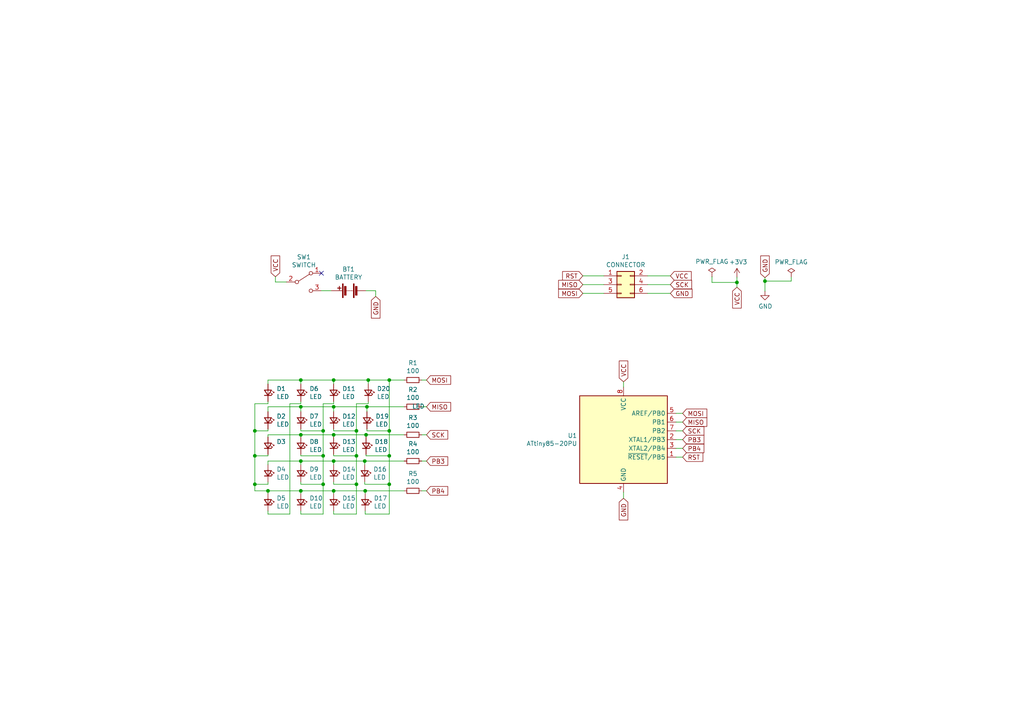
<source format=kicad_sch>
(kicad_sch (version 20211123) (generator eeschema)
  (paper "A4")
  (lib_symbols
    (symbol "Connector_Generic:Conn_02x03_Odd_Even" (pin_names (offset 1.016) hide)
      (property "Reference" "J" (at 1.27 5.08 0))
      (property "Value" "Conn_02x03_Odd_Even" (at 1.27 -5.08 0))
      (symbol "Conn_02x03_Odd_Even_1_1"
        (rectangle (start -1.27 -2.413) (end 0 -2.667) (stroke (width 0.1524)))
        (rectangle (start -1.27 0.127) (end 0 -0.127) (stroke (width 0.1524)))
        (rectangle (start -1.27 2.667) (end 0 2.413) (stroke (width 0.1524)))
        (rectangle (start -1.27 3.81) (end 3.81 -3.81) (stroke (width 0.254)) (fill (type background)))
        (rectangle (start 3.81 -2.413) (end 2.54 -2.667) (stroke (width 0.1524)))
        (rectangle (start 3.81 0.127) (end 2.54 -0.127) (stroke (width 0.1524)))
        (rectangle (start 3.81 2.667) (end 2.54 2.413) (stroke (width 0.1524)))
        (pin passive line (at -5.08 2.54 0) (length 3.81) (name "Pin_1") (number "1"))
        (pin passive line (at 7.62 2.54 180) (length 3.81) (name "Pin_2") (number "2"))
        (pin passive line (at -5.08 0 0) (length 3.81) (name "Pin_3") (number "3"))
        (pin passive line (at 7.62 0 180) (length 3.81) (name "Pin_4") (number "4"))
        (pin passive line (at -5.08 -2.54 0) (length 3.81) (name "Pin_5") (number "5"))
        (pin passive line (at 7.62 -2.54 180) (length 3.81) (name "Pin_6") (number "6"))
      )
    )
    (symbol "Device:Battery" (pin_numbers hide) (pin_names (offset 0) hide)
      (property "Reference" "BT" (at 2.54 2.54 0))
      (property "Value" "Battery" (at 2.54 0 0))
      (symbol "Battery_0_1"
        (rectangle (start -2.032 -1.397) (end 2.032 -1.651) (fill (type outline)))
        (rectangle (start -2.032 1.778) (end 2.032 1.524) (fill (type outline)))
        (rectangle (start -1.3208 -1.9812) (end 1.27 -2.4892) (fill (type outline)))
        (rectangle (start -1.3208 1.1938) (end 1.27 0.6858) (fill (type outline)))
        (polyline (pts (xy 0 -1.524) (xy 0 -1.27)))
        (polyline (pts (xy 0 -1.016) (xy 0 -0.762)))
        (polyline (pts (xy 0 -0.508) (xy 0 -0.254)))
        (polyline (pts (xy 0 0) (xy 0 0.254)))
        (polyline (pts (xy 0 0.508) (xy 0 0.762)))
        (polyline (pts (xy 0 1.778) (xy 0 2.54)))
        (polyline (pts (xy 0.254 2.667) (xy 1.27 2.667)) (stroke (width 0.254)))
        (polyline (pts (xy 0.762 3.175) (xy 0.762 2.159)) (stroke (width 0.254)))
      )
      (symbol "Battery_1_1"
        (pin passive line (at 0 5.08 270) (length 2.54) (name "+") (number "1"))
        (pin passive line (at 0 -5.08 90) (length 2.54) (name "-") (number "2"))
      )
    )
    (symbol "Device:LED_Small" (pin_numbers hide) (pin_names (offset 0.254) hide)
      (property "Reference" "D" (at -1.27 3.175 0))
      (property "Value" "LED_Small" (at -4.445 -2.54 0))
      (symbol "LED_Small_0_1"
        (polyline (pts (xy -0.762 -1.016) (xy -0.762 1.016)) (stroke (width 0.254)))
        (polyline (pts (xy 1.016 0) (xy -0.762 0)))
        (polyline (pts (xy 0.762 -1.016) (xy -0.762 0) (xy 0.762 1.016) (xy 0.762 -1.016)) (stroke (width 0.254)))
        (polyline (pts (xy 0 0.762) (xy -0.508 1.27) (xy -0.254 1.27) (xy -0.508 1.27) (xy -0.508 1.016)))
        (polyline (pts (xy 0.508 1.27) (xy 0 1.778) (xy 0.254 1.778) (xy 0 1.778) (xy 0 1.524)))
      )
      (symbol "LED_Small_1_1"
        (pin passive line (at -2.54 0 0) (length 1.778) (name "K") (number "1"))
        (pin passive line (at 2.54 0 180) (length 1.778) (name "A") (number "2"))
      )
    )
    (symbol "Device:R_Small" (pin_numbers hide) (pin_names (offset 0.254) hide)
      (property "Reference" "R" (at 0.762 0.508 0))
      (property "Value" "R_Small" (at 0.762 -1.016 0))
      (symbol "R_Small_0_1"
        (rectangle (start -0.762 1.778) (end 0.762 -1.778) (stroke (width 0.2032)))
      )
      (symbol "R_Small_1_1"
        (pin passive line (at 0 2.54 270) (length 0.762) (name "~") (number "1"))
        (pin passive line (at 0 -2.54 90) (length 0.762) (name "~") (number "2"))
      )
    )
    (symbol "MCU_Microchip_ATtiny:ATtiny85-20PU"
      (property "Reference" "U" (at -12.7 13.97 0))
      (property "Value" "MCU_Microchip_ATtiny_ATtiny85-20PU" (at 2.54 -13.97 0))
      (symbol "ATtiny85-20PU_0_1"
        (rectangle (start -12.7 -12.7) (end 12.7 12.7) (stroke (width 0.254)) (fill (type background)))
      )
      (symbol "ATtiny85-20PU_1_1"
        (pin bidirectional line (at 15.24 -5.08 180) (length 2.54) (name "~{RESET}/PB5") (number "1"))
        (pin bidirectional line (at 15.24 0 180) (length 2.54) (name "XTAL1/PB3") (number "2"))
        (pin bidirectional line (at 15.24 -2.54 180) (length 2.54) (name "XTAL2/PB4") (number "3"))
        (pin power_in line (at 0 -15.24 90) (length 2.54) (name "GND") (number "4"))
        (pin bidirectional line (at 15.24 7.62 180) (length 2.54) (name "AREF/PB0") (number "5"))
        (pin bidirectional line (at 15.24 5.08 180) (length 2.54) (name "PB1") (number "6"))
        (pin bidirectional line (at 15.24 2.54 180) (length 2.54) (name "PB2") (number "7"))
        (pin power_in line (at 0 15.24 270) (length 2.54) (name "VCC") (number "8"))
      )
    )
    (symbol "Switch:SW_SPDT" (pin_names (offset 0) hide)
      (property "Reference" "SW" (at 0 4.318 0))
      (property "Value" "SW_SPDT" (at 0 -5.08 0))
      (symbol "SW_SPDT_0_0"
        (circle (center -2.032 0) (radius 0.508))
        (circle (center 2.032 -2.54) (radius 0.508))
      )
      (symbol "SW_SPDT_0_1"
        (polyline (pts (xy -1.524 0.254) (xy 1.651 2.286)))
        (circle (center 2.032 2.54) (radius 0.508))
      )
      (symbol "SW_SPDT_1_1"
        (pin passive line (at 5.08 2.54 180) (length 2.54) (name "A") (number "1"))
        (pin passive line (at -5.08 0 0) (length 2.54) (name "B") (number "2"))
        (pin passive line (at 5.08 -2.54 180) (length 2.54) (name "C") (number "3"))
      )
    )
    (symbol "power:+3V3" (power) (pin_names (offset 0))
      (property "Value" "+3V3" (at 0 3.556 0))
      (symbol "+3V3_0_1"
        (polyline (pts (xy -0.762 1.27) (xy 0 2.54)))
        (polyline (pts (xy 0 0) (xy 0 2.54)))
        (polyline (pts (xy 0 2.54) (xy 0.762 1.27)))
      )
      (symbol "+3V3_1_1"
        (pin power_in line (at 0 0 90) (length 0) hide (name "+3V3") (number "1"))
      )
    )
    (symbol "power:GND" (power) (pin_names (offset 0))
      (property "Value" "GND" (at 0 -3.81 0))
      (symbol "GND_0_1"
        (polyline (pts (xy 0 0) (xy 0 -1.27) (xy 1.27 -1.27) (xy 0 -2.54) (xy -1.27 -1.27) (xy 0 -1.27)))
      )
      (symbol "GND_1_1"
        (pin power_in line (at 0 0 270) (length 0) hide (name "GND") (number "1"))
      )
    )
    (symbol "power:PWR_FLAG" (power) (pin_numbers hide) (pin_names (offset 0) hide)
      (property "Value" "PWR_FLAG" (at 0 3.81 0))
      (symbol "PWR_FLAG_0_0"
        (pin power_out line (at 0 0 90) (length 0) (name "pwr") (number "1"))
      )
      (symbol "PWR_FLAG_0_1"
        (polyline (pts (xy 0 0) (xy 0 1.27) (xy -1.016 1.905) (xy 0 2.54) (xy 1.016 1.905) (xy 0 1.27)))
      )
    )
  )
  (junction (at 73.914 132.207))
  (junction (at 96.774 133.731))
  (junction (at 96.774 142.367))
  (junction (at 96.774 117.983))
  (junction (at 87.249 110.236))
  (junction (at 93.726 124.968))
  (junction (at 93.726 132.207))
  (junction (at 106.426 117.983))
  (junction (at 105.918 142.367))
  (junction (at 87.249 133.731))
  (junction (at 87.249 117.983))
  (junction (at 106.807 110.236))
  (junction (at 112.903 124.968))
  (junction (at 112.903 132.207))
  (junction (at 103.378 124.968))
  (junction (at 96.774 110.236))
  (junction (at 73.914 140.462))
  (junction (at 87.249 142.367))
  (junction (at 112.903 140.462))
  (junction (at 221.869 81.534))
  (junction (at 106.172 126.111))
  (junction (at 112.903 110.236))
  (junction (at 103.378 140.462))
  (junction (at 103.378 132.207))
  (junction (at 96.774 126.111))
  (junction (at 77.724 142.367))
  (junction (at 73.914 124.968))
  (junction (at 105.791 133.731))
  (junction (at 93.726 140.462))
  (junction (at 87.249 126.111))
  (junction (at 213.741 81.915))
  (no_connect (at 93.218 79.248))
  (wire (pts (xy 77.724 126.746) (xy 77.724 126.111)))
  (wire (pts (xy 96.774 149.098) (xy 103.378 149.098)))
  (wire (pts (xy 77.724 148.209) (xy 77.724 149.098)))
  (wire (pts (xy 77.724 117.983) (xy 87.249 117.983)))
  (wire (pts (xy 87.249 148.209) (xy 87.249 149.098)))
  (wire (pts (xy 87.249 133.731) (xy 96.774 133.731)))
  (wire (pts (xy 73.914 117.094) (xy 73.914 124.968)))
  (wire (pts (xy 87.249 111.379) (xy 87.249 110.236)))
  (wire (pts (xy 87.249 149.098) (xy 93.726 149.098)))
  (wire (pts (xy 93.726 132.207) (xy 93.726 124.968)))
  (wire (pts (xy 105.918 149.098) (xy 112.903 149.098)))
  (wire (pts (xy 77.724 110.236) (xy 87.249 110.236)))
  (wire (pts (xy 196.088 132.588) (xy 197.993 132.588)))
  (wire (pts (xy 87.249 139.827) (xy 87.249 140.462)))
  (wire (pts (xy 73.914 124.968) (xy 73.914 132.207)))
  (wire (pts (xy 96.774 124.968) (xy 103.378 124.968)))
  (wire (pts (xy 93.726 124.968) (xy 93.726 117.094)))
  (wire (pts (xy 103.378 149.098) (xy 103.378 140.462)))
  (wire (pts (xy 96.774 126.746) (xy 96.774 126.111)))
  (wire (pts (xy 106.172 132.207) (xy 112.903 132.207)))
  (wire (pts (xy 77.724 139.827) (xy 77.724 140.462)))
  (wire (pts (xy 96.774 133.731) (xy 105.791 133.731)))
  (wire (pts (xy 77.724 134.747) (xy 77.724 133.731)))
  (wire (pts (xy 93.726 149.098) (xy 93.726 140.462)))
  (wire (pts (xy 112.903 110.236) (xy 106.807 110.236)))
  (wire (pts (xy 87.249 131.826) (xy 87.249 132.207)))
  (wire (pts (xy 106.426 124.968) (xy 112.903 124.968)))
  (wire (pts (xy 221.869 81.534) (xy 221.869 84.455)))
  (wire (pts (xy 73.914 140.462) (xy 73.914 142.367)))
  (wire (pts (xy 87.249 124.46) (xy 87.249 124.968)))
  (wire (pts (xy 87.249 119.38) (xy 87.249 117.983)))
  (wire (pts (xy 180.848 110.744) (xy 180.848 112.268)))
  (wire (pts (xy 77.724 131.826) (xy 77.724 132.207)))
  (wire (pts (xy 96.774 117.094) (xy 96.774 116.459)))
  (wire (pts (xy 221.869 80.518) (xy 221.869 81.534)))
  (wire (pts (xy 77.724 124.46) (xy 77.724 124.968)))
  (wire (pts (xy 112.903 149.098) (xy 112.903 140.462)))
  (wire (pts (xy 122.301 142.367) (xy 123.698 142.367)))
  (wire (pts (xy 106.172 126.746) (xy 106.172 126.111)))
  (wire (pts (xy 112.903 140.462) (xy 112.903 132.207)))
  (wire (pts (xy 77.724 124.968) (xy 73.914 124.968)))
  (wire (pts (xy 77.724 142.367) (xy 87.249 142.367)))
  (wire (pts (xy 106.172 131.826) (xy 106.172 132.207)))
  (wire (pts (xy 187.833 85.09) (xy 194.437 85.09)))
  (wire (pts (xy 77.724 133.731) (xy 87.249 133.731)))
  (wire (pts (xy 87.249 126.746) (xy 87.249 126.111)))
  (wire (pts (xy 87.249 117.094) (xy 87.249 116.459)))
  (wire (pts (xy 175.133 85.09) (xy 169.037 85.09)))
  (wire (pts (xy 96.774 117.983) (xy 106.426 117.983)))
  (wire (pts (xy 122.301 110.236) (xy 123.698 110.236)))
  (wire (pts (xy 103.378 124.968) (xy 103.378 117.094)))
  (wire (pts (xy 196.088 122.428) (xy 197.993 122.428)))
  (wire (pts (xy 84.074 117.094) (xy 87.249 117.094)))
  (wire (pts (xy 77.724 142.367) (xy 77.724 143.129)))
  (wire (pts (xy 106.807 110.236) (xy 106.807 111.379)))
  (wire (pts (xy 196.088 119.888) (xy 197.993 119.888)))
  (wire (pts (xy 96.774 126.111) (xy 106.172 126.111)))
  (wire (pts (xy 79.883 81.788) (xy 83.058 81.788)))
  (wire (pts (xy 103.378 140.462) (xy 103.378 132.207)))
  (wire (pts (xy 196.088 130.048) (xy 197.993 130.048)))
  (wire (pts (xy 77.724 126.111) (xy 87.249 126.111)))
  (wire (pts (xy 105.791 140.462) (xy 112.903 140.462)))
  (wire (pts (xy 196.088 124.968) (xy 197.993 124.968)))
  (wire (pts (xy 87.249 140.462) (xy 93.726 140.462)))
  (wire (pts (xy 122.301 117.983) (xy 123.698 117.983)))
  (wire (pts (xy 77.724 117.094) (xy 73.914 117.094)))
  (wire (pts (xy 112.903 110.236) (xy 117.221 110.236)))
  (wire (pts (xy 96.774 142.367) (xy 105.918 142.367)))
  (wire (pts (xy 87.249 126.111) (xy 96.774 126.111)))
  (wire (pts (xy 93.726 117.094) (xy 96.774 117.094)))
  (wire (pts (xy 106.426 119.38) (xy 106.426 117.983)))
  (wire (pts (xy 206.502 80.264) (xy 206.502 81.915)))
  (wire (pts (xy 87.249 132.207) (xy 93.726 132.207)))
  (wire (pts (xy 77.724 140.462) (xy 73.914 140.462)))
  (wire (pts (xy 112.903 124.968) (xy 112.903 110.236)))
  (wire (pts (xy 196.088 127.508) (xy 197.993 127.508)))
  (wire (pts (xy 93.726 140.462) (xy 93.726 132.207)))
  (wire (pts (xy 73.914 132.207) (xy 73.914 140.462)))
  (wire (pts (xy 77.724 149.098) (xy 84.074 149.098)))
  (wire (pts (xy 105.918 142.367) (xy 105.918 143.129)))
  (wire (pts (xy 105.791 139.827) (xy 105.791 140.462)))
  (wire (pts (xy 77.724 119.38) (xy 77.724 117.983)))
  (wire (pts (xy 108.966 84.328) (xy 108.966 85.979)))
  (wire (pts (xy 122.301 133.731) (xy 123.698 133.731)))
  (wire (pts (xy 96.774 124.46) (xy 96.774 124.968)))
  (wire (pts (xy 106.172 126.111) (xy 117.221 126.111)))
  (wire (pts (xy 96.774 140.462) (xy 103.378 140.462)))
  (wire (pts (xy 77.724 116.459) (xy 77.724 117.094)))
  (wire (pts (xy 103.378 117.094) (xy 106.807 117.094)))
  (wire (pts (xy 187.833 82.55) (xy 194.437 82.55)))
  (wire (pts (xy 96.774 134.747) (xy 96.774 133.731)))
  (wire (pts (xy 206.502 81.915) (xy 213.741 81.915)))
  (wire (pts (xy 112.903 132.207) (xy 112.903 124.968)))
  (wire (pts (xy 96.774 111.379) (xy 96.774 110.236)))
  (wire (pts (xy 103.378 132.207) (xy 103.378 124.968)))
  (wire (pts (xy 180.848 144.526) (xy 180.848 142.748)))
  (wire (pts (xy 105.918 142.367) (xy 117.221 142.367)))
  (wire (pts (xy 87.249 124.968) (xy 93.726 124.968)))
  (wire (pts (xy 229.489 80.391) (xy 229.489 81.534)))
  (wire (pts (xy 169.037 80.01) (xy 175.133 80.01)))
  (wire (pts (xy 229.489 81.534) (xy 221.869 81.534)))
  (wire (pts (xy 87.249 110.236) (xy 96.774 110.236)))
  (wire (pts (xy 73.914 142.367) (xy 77.724 142.367)))
  (wire (pts (xy 96.774 131.826) (xy 96.774 132.207)))
  (wire (pts (xy 84.074 117.094) (xy 84.074 149.098)))
  (wire (pts (xy 77.724 132.207) (xy 73.914 132.207)))
  (wire (pts (xy 77.724 110.236) (xy 77.724 111.379)))
  (wire (pts (xy 106.172 84.328) (xy 108.966 84.328)))
  (wire (pts (xy 106.426 124.46) (xy 106.426 124.968)))
  (wire (pts (xy 106.426 117.983) (xy 117.221 117.983)))
  (wire (pts (xy 105.791 134.747) (xy 105.791 133.731)))
  (wire (pts (xy 105.791 133.731) (xy 117.221 133.731)))
  (wire (pts (xy 96.774 139.827) (xy 96.774 140.462)))
  (wire (pts (xy 187.833 80.01) (xy 194.437 80.01)))
  (wire (pts (xy 93.218 84.328) (xy 96.012 84.328)))
  (wire (pts (xy 87.249 142.367) (xy 96.774 142.367)))
  (wire (pts (xy 122.301 126.111) (xy 123.698 126.111)))
  (wire (pts (xy 96.774 143.129) (xy 96.774 142.367)))
  (wire (pts (xy 96.774 110.236) (xy 106.807 110.236)))
  (wire (pts (xy 96.774 148.209) (xy 96.774 149.098)))
  (wire (pts (xy 79.883 80.264) (xy 79.883 81.788)))
  (wire (pts (xy 213.741 80.391) (xy 213.741 81.915)))
  (wire (pts (xy 87.249 143.129) (xy 87.249 142.367)))
  (wire (pts (xy 175.133 82.55) (xy 169.037 82.55)))
  (wire (pts (xy 96.774 132.207) (xy 103.378 132.207)))
  (wire (pts (xy 96.774 119.38) (xy 96.774 117.983)))
  (wire (pts (xy 105.918 148.209) (xy 105.918 149.098)))
  (wire (pts (xy 106.807 117.094) (xy 106.807 116.459)))
  (wire (pts (xy 213.741 81.915) (xy 213.741 83.312)))
  (wire (pts (xy 87.249 117.983) (xy 96.774 117.983)))
  (wire (pts (xy 87.249 134.747) (xy 87.249 133.731)))
  (global_label "PB4" (shape input) (at 197.993 130.048 0) (property "Intersheet References" "${INTERSHEET_REFS}" (effects hide)))
  (global_label "SCK" (shape input) (at 123.698 126.111 0) (property "Intersheet References" "${INTERSHEET_REFS}" (effects hide)))
  (global_label "PB3" (shape input) (at 197.993 127.508 0) (property "Intersheet References" "${INTERSHEET_REFS}" (effects hide)))
  (global_label "SCK" (shape input) (at 194.437 82.55 0) (property "Intersheet References" "${INTERSHEET_REFS}" (effects hide)))
  (global_label "MOSI" (shape input) (at 169.037 85.09 180) (property "Intersheet References" "${INTERSHEET_REFS}" (effects hide)))
  (global_label "MISO" (shape input) (at 169.037 82.55 180) (property "Intersheet References" "${INTERSHEET_REFS}" (effects hide)))
  (global_label "GND" (shape input) (at 221.869 80.518 90) (property "Intersheet References" "${INTERSHEET_REFS}" (effects hide)))
  (global_label "VCC" (shape input) (at 79.883 80.264 90) (property "Intersheet References" "${INTERSHEET_REFS}" (effects hide)))
  (global_label "GND" (shape input) (at 108.966 85.979 270) (property "Intersheet References" "${INTERSHEET_REFS}" (effects hide)))
  (global_label "GND" (shape input) (at 194.437 85.09 0) (property "Intersheet References" "${INTERSHEET_REFS}" (effects hide)))
  (global_label "MOSI" (shape input) (at 197.993 119.888 0) (property "Intersheet References" "${INTERSHEET_REFS}" (effects hide)))
  (global_label "MISO" (shape input) (at 123.698 117.983 0) (property "Intersheet References" "${INTERSHEET_REFS}" (effects hide)))
  (global_label "RST" (shape input) (at 197.993 132.588 0) (property "Intersheet References" "${INTERSHEET_REFS}" (effects hide)))
  (global_label "PB4" (shape input) (at 123.698 142.367 0) (property "Intersheet References" "${INTERSHEET_REFS}" (effects hide)))
  (global_label "VCC" (shape input) (at 194.437 80.01 0) (property "Intersheet References" "${INTERSHEET_REFS}" (effects hide)))
  (global_label "RST" (shape input) (at 169.037 80.01 180) (property "Intersheet References" "${INTERSHEET_REFS}" (effects hide)))
  (global_label "MISO" (shape input) (at 197.993 122.428 0) (property "Intersheet References" "${INTERSHEET_REFS}" (effects hide)))
  (global_label "PB3" (shape input) (at 123.698 133.731 0) (property "Intersheet References" "${INTERSHEET_REFS}" (effects hide)))
  (global_label "SCK" (shape input) (at 197.993 124.968 0) (property "Intersheet References" "${INTERSHEET_REFS}" (effects hide)))
  (global_label "GND" (shape input) (at 180.848 144.526 270) (property "Intersheet References" "${INTERSHEET_REFS}" (effects hide)))
  (global_label "VCC" (shape input) (at 180.848 110.744 90) (property "Intersheet References" "${INTERSHEET_REFS}" (effects hide)))
  (global_label "VCC" (shape input) (at 213.741 83.312 270) (property "Intersheet References" "${INTERSHEET_REFS}" (effects hide)))
  (global_label "MOSI" (shape input) (at 123.698 110.236 0) (property "Intersheet References" "${INTERSHEET_REFS}" (effects hide)))
  (symbol (lib_id "MCU_Microchip_ATtiny:ATtiny85-20PU") (at 180.848 127.508 0) (unit 1)
    (property "Reference" "U1" (at 167.4114 126.3396 0) (effects (justify right)))
    (property "Value" "ATtiny85-20PU" (at 167.4114 128.651 0) (effects (justify right)))
    (property "Footprint" "Package_DIP:DIP-8_W7.62mm" (effects hide))
    (property "Datasheet" "http://ww1.microchip.com/downloads/en/DeviceDoc/atmel-2586-avr-8-bit-microcontroller-attiny25-attiny45-attiny85_datasheet.pdf" (effects hide))
  )
  (symbol (lib_id "Connector_Generic:Conn_02x03_Odd_Even") (at 180.213 82.55 0) (unit 1)
    (property "Reference" "J1" (at 181.483 74.4982 0))
    (property "Value" "CONNECTOR" (at 181.483 76.8096 0))
    (property "Footprint" "Connector_PinHeader_2.54mm:PinHeader_2x03_P2.54mm_Vertical" (effects hide))
  )
  (symbol (lib_id "power:+3V3") (at 213.741 80.391 0) (unit 1)
    (property "Reference" "#PWR01" (effects hide))
    (property "Value" "+3V3" (at 214.122 75.9968 0))
  )
  (symbol (lib_id "power:GND") (at 221.869 84.455 0) (unit 1)
    (property "Reference" "#PWR02" (effects hide))
    (property "Value" "GND" (at 221.996 88.8492 0))
  )
  (symbol (lib_id "Device:Battery") (at 101.092 84.328 90) (unit 1)
    (property "Reference" "BT1" (at 101.092 78.105 90))
    (property "Value" "BATTERY" (at 101.092 80.4164 90))
    (property "Footprint" "Battery:BatteryHolder_Keystone_103_1x20mm" (effects hide))
  )
  (symbol (lib_id "Switch:SW_SPDT") (at 88.138 81.788 0) (unit 1)
    (property "Reference" "SW1" (at 88.138 74.549 0))
    (property "Value" "SWITCH" (at 88.138 76.8604 0))
    (property "Footprint" "Button_Switch_THT:SW_CuK_JS202011CQN_DPDT_Straight" (effects hide))
  )
  (symbol (lib_id "Device:R_Small") (at 119.761 110.236 270) (unit 1)
    (property "Reference" "R1" (at 119.761 105.2576 90))
    (property "Value" "100" (at 119.761 107.569 90))
    (property "Footprint" "Resistor_THT:R_Axial_DIN0204_L3.6mm_D1.6mm_P5.08mm_Horizontal" (effects hide))
  )
  (symbol (lib_id "Device:LED_Small") (at 106.807 113.919 270) (mirror x) (unit 1)
    (property "Reference" "D20" (at 109.2962 112.7506 90) (effects (justify left)))
    (property "Value" "LED" (at 109.2962 115.062 90) (effects (justify left)))
    (property "Footprint" "LED_THT:LED_D3.0mm" (effects hide))
  )
  (symbol (lib_id "Device:R_Small") (at 119.761 117.983 270) (unit 1)
    (property "Reference" "R2" (at 119.761 113.0046 90))
    (property "Value" "100" (at 119.761 115.316 90))
    (property "Footprint" "Resistor_THT:R_Axial_DIN0204_L3.6mm_D1.6mm_P5.08mm_Horizontal" (effects hide))
  )
  (symbol (lib_id "Device:R_Small") (at 119.761 126.111 270) (unit 1)
    (property "Reference" "R3" (at 119.761 121.1326 90))
    (property "Value" "100" (at 119.761 123.444 90))
    (property "Footprint" "Resistor_THT:R_Axial_DIN0204_L3.6mm_D1.6mm_P5.08mm_Horizontal" (effects hide))
  )
  (symbol (lib_id "Device:R_Small") (at 119.761 133.731 270) (unit 1)
    (property "Reference" "R4" (at 119.761 128.7526 90))
    (property "Value" "100" (at 119.761 131.064 90))
    (property "Footprint" "Resistor_THT:R_Axial_DIN0204_L3.6mm_D1.6mm_P5.08mm_Horizontal" (effects hide))
  )
  (symbol (lib_id "Device:R_Small") (at 119.761 142.367 270) (unit 1)
    (property "Reference" "R5" (at 119.761 137.3886 90))
    (property "Value" "100" (at 119.761 139.7 90))
    (property "Footprint" "Resistor_THT:R_Axial_DIN0204_L3.6mm_D1.6mm_P5.08mm_Horizontal" (effects hide))
  )
  (symbol (lib_id "Device:LED_Small") (at 96.774 113.919 270) (mirror x) (unit 1)
    (property "Reference" "D11" (at 99.2632 112.7506 90) (effects (justify left)))
    (property "Value" "LED" (at 99.2632 115.062 90) (effects (justify left)))
    (property "Footprint" "LED_THT:LED_D3.0mm" (effects hide))
  )
  (symbol (lib_id "Device:LED_Small") (at 87.249 113.919 270) (mirror x) (unit 1)
    (property "Reference" "D6" (at 89.7382 112.7506 90) (effects (justify left)))
    (property "Value" "LED" (at 89.7382 115.062 90) (effects (justify left)))
    (property "Footprint" "LED_THT:LED_D3.0mm" (effects hide))
  )
  (symbol (lib_id "Device:LED_Small") (at 77.724 113.919 270) (mirror x) (unit 1)
    (property "Reference" "D1" (at 80.2132 112.7506 90) (effects (justify left)))
    (property "Value" "LED" (at 80.2132 115.062 90) (effects (justify left)))
    (property "Footprint" "LED_THT:LED_D3.0mm" (effects hide))
  )
  (symbol (lib_id "Device:LED_Small") (at 106.426 121.92 270) (mirror x) (unit 1)
    (property "Reference" "D19" (at 108.9152 120.7516 90) (effects (justify left)))
    (property "Value" "LED" (at 108.9152 123.063 90) (effects (justify left)))
    (property "Footprint" "LED_THT:LED_D3.0mm" (effects hide))
  )
  (symbol (lib_id "Device:LED_Small") (at 96.774 121.92 270) (mirror x) (unit 1)
    (property "Reference" "D12" (at 99.2632 120.7516 90) (effects (justify left)))
    (property "Value" "LED" (at 99.2632 123.063 90) (effects (justify left)))
    (property "Footprint" "LED_THT:LED_D3.0mm" (effects hide))
  )
  (symbol (lib_id "Device:LED_Small") (at 87.249 121.92 270) (mirror x) (unit 1)
    (property "Reference" "D7" (at 89.7382 120.7516 90) (effects (justify left)))
    (property "Value" "LED" (at 89.7382 123.063 90) (effects (justify left)))
    (property "Footprint" "LED_THT:LED_D3.0mm" (effects hide))
  )
  (symbol (lib_id "Device:LED_Small") (at 77.724 121.92 270) (mirror x) (unit 1)
    (property "Reference" "D2" (at 80.2132 120.7516 90) (effects (justify left)))
    (property "Value" "LED" (at 80.2132 123.063 90) (effects (justify left)))
    (property "Footprint" "LED_THT:LED_D3.0mm" (effects hide))
  )
  (symbol (lib_id "Device:LED_Small") (at 106.172 129.286 270) (mirror x) (unit 1)
    (property "Reference" "D18" (at 108.6612 128.1176 90) (effects (justify left)))
    (property "Value" "LED" (at 108.6612 130.429 90) (effects (justify left)))
    (property "Footprint" "LED_THT:LED_D3.0mm" (effects hide))
  )
  (symbol (lib_id "Device:LED_Small") (at 96.774 129.286 270) (mirror x) (unit 1)
    (property "Reference" "D13" (at 99.2632 128.1176 90) (effects (justify left)))
    (property "Value" "LED" (at 99.2632 130.429 90) (effects (justify left)))
    (property "Footprint" "LED_THT:LED_D3.0mm" (effects hide))
  )
  (symbol (lib_id "Device:LED_Small") (at 87.249 129.286 270) (mirror x) (unit 1)
    (property "Reference" "D8" (at 89.7382 128.1176 90) (effects (justify left)))
    (property "Value" "LED" (at 89.7382 130.429 90) (effects (justify left)))
    (property "Footprint" "LED_THT:LED_D3.0mm" (effects hide))
  )
  (symbol (lib_id "Device:LED_Small") (at 77.724 129.286 270) (mirror x) (unit 1)
    (property "Reference" "D3" (at 80.2132 128.1176 90) (effects (justify left)))
    (property "Value" "LED" (at 119.507 117.856 90) (effects (justify left)))
    (property "Footprint" "LED_THT:LED_D3.0mm" (effects hide))
  )
  (symbol (lib_id "Device:LED_Small") (at 105.791 137.287 270) (mirror x) (unit 1)
    (property "Reference" "D16" (at 108.2802 136.1186 90) (effects (justify left)))
    (property "Value" "LED" (at 108.2802 138.43 90) (effects (justify left)))
    (property "Footprint" "LED_THT:LED_D3.0mm" (effects hide))
  )
  (symbol (lib_id "Device:LED_Small") (at 96.774 137.287 270) (mirror x) (unit 1)
    (property "Reference" "D14" (at 99.2632 136.1186 90) (effects (justify left)))
    (property "Value" "LED" (at 99.2632 138.43 90) (effects (justify left)))
    (property "Footprint" "LED_THT:LED_D3.0mm" (effects hide))
  )
  (symbol (lib_id "Device:LED_Small") (at 87.249 137.287 270) (mirror x) (unit 1)
    (property "Reference" "D9" (at 89.7382 136.1186 90) (effects (justify left)))
    (property "Value" "LED" (at 89.7382 138.43 90) (effects (justify left)))
    (property "Footprint" "LED_THT:LED_D3.0mm" (effects hide))
  )
  (symbol (lib_id "Device:LED_Small") (at 77.724 137.287 270) (mirror x) (unit 1)
    (property "Reference" "D4" (at 80.2132 136.1186 90) (effects (justify left)))
    (property "Value" "LED" (at 80.2132 138.43 90) (effects (justify left)))
    (property "Footprint" "LED_THT:LED_D3.0mm" (effects hide))
  )
  (symbol (lib_id "Device:LED_Small") (at 105.918 145.669 270) (mirror x) (unit 1)
    (property "Reference" "D17" (at 108.4072 144.5006 90) (effects (justify left)))
    (property "Value" "LED" (at 108.4072 146.812 90) (effects (justify left)))
    (property "Footprint" "LED_THT:LED_D3.0mm" (effects hide))
  )
  (symbol (lib_id "Device:LED_Small") (at 96.774 145.669 270) (mirror x) (unit 1)
    (property "Reference" "D15" (at 99.2632 144.5006 90) (effects (justify left)))
    (property "Value" "LED" (at 99.2632 146.812 90) (effects (justify left)))
    (property "Footprint" "LED_THT:LED_D3.0mm" (effects hide))
  )
  (symbol (lib_id "Device:LED_Small") (at 87.249 145.669 270) (mirror x) (unit 1)
    (property "Reference" "D10" (at 89.7382 144.5006 90) (effects (justify left)))
    (property "Value" "LED" (at 89.7382 146.812 90) (effects (justify left)))
    (property "Footprint" "LED_THT:LED_D3.0mm" (effects hide))
  )
  (symbol (lib_id "Device:LED_Small") (at 77.724 145.669 270) (mirror x) (unit 1)
    (property "Reference" "D5" (at 80.2132 144.5006 90) (effects (justify left)))
    (property "Value" "LED" (at 80.2132 146.812 90) (effects (justify left)))
    (property "Footprint" "LED_THT:LED_D3.0mm" (effects hide))
  )
  (symbol (lib_id "power:PWR_FLAG") (at 206.502 80.264 0) (unit 1)
    (property "Reference" "#FLG0101" (effects hide))
    (property "Value" "PWR_FLAG" (at 206.502 75.8698 0))
  )
  (symbol (lib_id "power:PWR_FLAG") (at 229.489 80.391 0) (unit 1)
    (property "Reference" "#FLG0102" (effects hide))
    (property "Value" "PWR_FLAG" (at 229.489 75.9968 0))
  )
)
</source>
